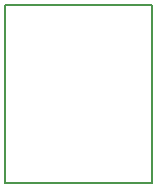
<source format=gko>
G04 #@! TF.FileFunction,Profile,NP*
%FSLAX46Y46*%
G04 Gerber Fmt 4.6, Leading zero omitted, Abs format (unit mm)*
G04 Created by KiCad (PCBNEW 0.201604232031+6710~44~ubuntu14.04.1-product) date Wed 27 Apr 2016 13:06:26 BST*
%MOMM*%
%LPD*%
G01*
G04 APERTURE LIST*
%ADD10C,0.100000*%
%ADD11C,0.150000*%
G04 APERTURE END LIST*
D10*
D11*
X85750000Y-51500000D02*
X85750000Y-36500000D01*
X98250000Y-51500000D02*
X85750000Y-51500000D01*
X98250000Y-36500000D02*
X98250000Y-51500000D01*
X85750000Y-36500000D02*
X98250000Y-36500000D01*
M02*

</source>
